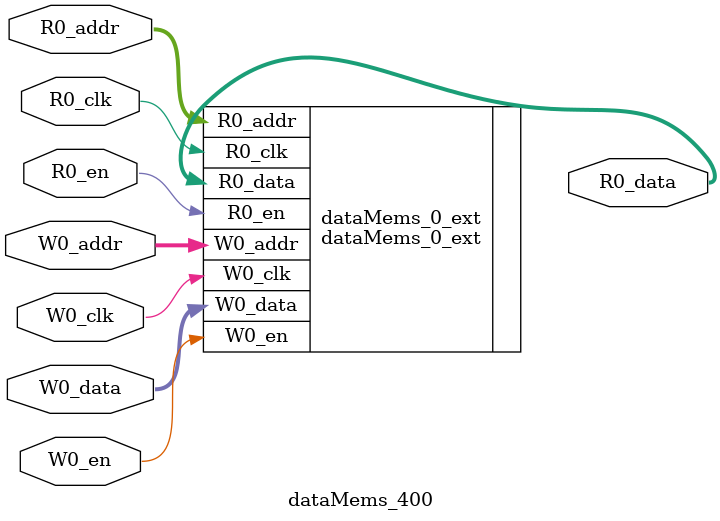
<source format=sv>
`ifndef RANDOMIZE
  `ifdef RANDOMIZE_REG_INIT
    `define RANDOMIZE
  `endif // RANDOMIZE_REG_INIT
`endif // not def RANDOMIZE
`ifndef RANDOMIZE
  `ifdef RANDOMIZE_MEM_INIT
    `define RANDOMIZE
  `endif // RANDOMIZE_MEM_INIT
`endif // not def RANDOMIZE

`ifndef RANDOM
  `define RANDOM $random
`endif // not def RANDOM

// Users can define 'PRINTF_COND' to add an extra gate to prints.
`ifndef PRINTF_COND_
  `ifdef PRINTF_COND
    `define PRINTF_COND_ (`PRINTF_COND)
  `else  // PRINTF_COND
    `define PRINTF_COND_ 1
  `endif // PRINTF_COND
`endif // not def PRINTF_COND_

// Users can define 'ASSERT_VERBOSE_COND' to add an extra gate to assert error printing.
`ifndef ASSERT_VERBOSE_COND_
  `ifdef ASSERT_VERBOSE_COND
    `define ASSERT_VERBOSE_COND_ (`ASSERT_VERBOSE_COND)
  `else  // ASSERT_VERBOSE_COND
    `define ASSERT_VERBOSE_COND_ 1
  `endif // ASSERT_VERBOSE_COND
`endif // not def ASSERT_VERBOSE_COND_

// Users can define 'STOP_COND' to add an extra gate to stop conditions.
`ifndef STOP_COND_
  `ifdef STOP_COND
    `define STOP_COND_ (`STOP_COND)
  `else  // STOP_COND
    `define STOP_COND_ 1
  `endif // STOP_COND
`endif // not def STOP_COND_

// Users can define INIT_RANDOM as general code that gets injected into the
// initializer block for modules with registers.
`ifndef INIT_RANDOM
  `define INIT_RANDOM
`endif // not def INIT_RANDOM

// If using random initialization, you can also define RANDOMIZE_DELAY to
// customize the delay used, otherwise 0.002 is used.
`ifndef RANDOMIZE_DELAY
  `define RANDOMIZE_DELAY 0.002
`endif // not def RANDOMIZE_DELAY

// Define INIT_RANDOM_PROLOG_ for use in our modules below.
`ifndef INIT_RANDOM_PROLOG_
  `ifdef RANDOMIZE
    `ifdef VERILATOR
      `define INIT_RANDOM_PROLOG_ `INIT_RANDOM
    `else  // VERILATOR
      `define INIT_RANDOM_PROLOG_ `INIT_RANDOM #`RANDOMIZE_DELAY begin end
    `endif // VERILATOR
  `else  // RANDOMIZE
    `define INIT_RANDOM_PROLOG_
  `endif // RANDOMIZE
`endif // not def INIT_RANDOM_PROLOG_

// Include register initializers in init blocks unless synthesis is set
`ifndef SYNTHESIS
  `ifndef ENABLE_INITIAL_REG_
    `define ENABLE_INITIAL_REG_
  `endif // not def ENABLE_INITIAL_REG_
`endif // not def SYNTHESIS

// Include rmemory initializers in init blocks unless synthesis is set
`ifndef SYNTHESIS
  `ifndef ENABLE_INITIAL_MEM_
    `define ENABLE_INITIAL_MEM_
  `endif // not def ENABLE_INITIAL_MEM_
`endif // not def SYNTHESIS

module dataMems_400(	// @[generators/ara/src/main/scala/UnsafeAXI4ToTL.scala:365:62]
  input  [4:0]  R0_addr,
  input         R0_en,
  input         R0_clk,
  output [66:0] R0_data,
  input  [4:0]  W0_addr,
  input         W0_en,
  input         W0_clk,
  input  [66:0] W0_data
);

  dataMems_0_ext dataMems_0_ext (	// @[generators/ara/src/main/scala/UnsafeAXI4ToTL.scala:365:62]
    .R0_addr (R0_addr),
    .R0_en   (R0_en),
    .R0_clk  (R0_clk),
    .R0_data (R0_data),
    .W0_addr (W0_addr),
    .W0_en   (W0_en),
    .W0_clk  (W0_clk),
    .W0_data (W0_data)
  );
endmodule


</source>
